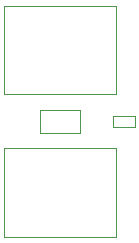
<source format=gbr>
%TF.GenerationSoftware,KiCad,Pcbnew,9.0.5-1.fc42*%
%TF.CreationDate,2025-12-03T03:07:18+01:00*%
%TF.ProjectId,Block-Switch-2V,426c6f63-6b2d-4537-9769-7463682d3256,1*%
%TF.SameCoordinates,Original*%
%TF.FileFunction,Other,User*%
%FSLAX46Y46*%
G04 Gerber Fmt 4.6, Leading zero omitted, Abs format (unit mm)*
G04 Created by KiCad (PCBNEW 9.0.5-1.fc42) date 2025-12-03 03:07:18*
%MOMM*%
%LPD*%
G01*
G04 APERTURE LIST*
%ADD10C,0.050000*%
G04 APERTURE END LIST*
D10*
%TO.C,SW1*%
X143815000Y-111382190D02*
X143815000Y-111132190D01*
X143815000Y-104132190D02*
X143815000Y-111132190D01*
X143815000Y-103882190D02*
X143815000Y-104132190D01*
X143565000Y-111382190D02*
X143815000Y-111382190D01*
X143565000Y-111382190D02*
X134565000Y-111382190D01*
X143565000Y-103882190D02*
X143815000Y-103882190D01*
X134565000Y-103882190D02*
X143565000Y-103882190D01*
X134315000Y-111382190D02*
X134565000Y-111382190D01*
X134315000Y-111132190D02*
X134315000Y-111382190D01*
X134315000Y-111132190D02*
X134315000Y-104132190D01*
X134315000Y-104132190D02*
X134315000Y-103882190D01*
X134315000Y-103882190D02*
X134565000Y-103882190D01*
%TO.C,SW2*%
X143815000Y-123447810D02*
X143815000Y-123197810D01*
X143815000Y-116197810D02*
X143815000Y-123197810D01*
X143815000Y-115947810D02*
X143815000Y-116197810D01*
X143565000Y-123447810D02*
X143815000Y-123447810D01*
X143565000Y-123447810D02*
X134565000Y-123447810D01*
X143565000Y-115947810D02*
X143815000Y-115947810D01*
X134565000Y-115947810D02*
X143565000Y-115947810D01*
X134315000Y-123447810D02*
X134565000Y-123447810D01*
X134315000Y-123197810D02*
X134315000Y-123447810D01*
X134315000Y-123197810D02*
X134315000Y-116197810D01*
X134315000Y-116197810D02*
X134315000Y-115947810D01*
X134315000Y-115947810D02*
X134565000Y-115947810D01*
%TO.C,R3*%
X143598000Y-114135000D02*
X143598000Y-113195000D01*
X145458000Y-114135000D02*
X143598000Y-114135000D01*
X143598000Y-113195000D02*
X145458000Y-113195000D01*
X145458000Y-113195000D02*
X145458000Y-114135000D01*
%TO.C,D1*%
X140765000Y-114615000D02*
X137405000Y-114615000D01*
X140765000Y-112715000D02*
X140765000Y-114615000D01*
X137405000Y-114615000D02*
X137405000Y-112715000D01*
X137405000Y-112715000D02*
X140765000Y-112715000D01*
%TD*%
M02*

</source>
